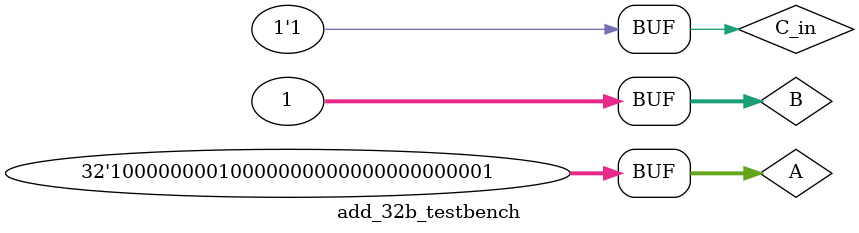
<source format=v>
`define DELAY 20
module add_32b_testbench();

reg [31:0] A;
reg [31:0] B;
reg C_in;

wire [31:0] O;
wire C_out;

add_32b add32tb (O,C_out, A, B, C_in);

initial begin

C_in = 1'b0;

A = 32'b00000000000000000000000000000011 ; B = 32'b00000000000000000000000000000000;
#`DELAY ;
A = 32'b00000000000000000000000001000100 ; B = 32'b00000000000000000000001000000001;
#`DELAY ;
A = 32'b00000000000000000000000000000001 ; B = 32'b00000000000000000000000000000000;
#`DELAY ;
A = 32'b00000000000000100000000000000001 ; B = 32'b00000000100000000000000000000001;
#`DELAY ;
A = 32'b10000000000000000000000000000000 ; B = 32'b10000000000000000000000000000000;
#`DELAY ;
A = 32'b10000010000000000000000000000000 ; B = 32'b10000000000000000000100000000001;
#`DELAY ;
A = 32'b00000000000100000000000000000001 ; B = 32'b00000000000000000000000000000000;
#`DELAY ;
A = 32'b10000000010000000000000000000001 ; B = 32'b00000000000000000000000000000001;
#`DELAY ;

C_in = 1'b1;

A = 32'b00000000000000000000000000000011 ; B = 32'b00000000000000000000000000000000;
#`DELAY ;
A = 32'b00000000000000000000000001000100 ; B = 32'b00000000000000000000001000000001;
#`DELAY ;
A = 32'b00000000000000000000000000000001 ; B = 32'b00000000000000000000000000000000;
#`DELAY ;
A = 32'b00000000000000100000000000000001 ; B = 32'b00000000100000000000000000000001;
#`DELAY ;
A = 32'b10000000000000000000000000000000 ; B = 32'b10000000000000000000000000000000;
#`DELAY ;
A = 32'b10000010000000000000000000000000 ; B = 32'b10000000000000000000100000000001;
#`DELAY ;
A = 32'b00000000000100000000000000000001 ; B = 32'b00000000000000000000000000000000;
#`DELAY ;
A = 32'b10000000010000000000000000000001 ; B = 32'b00000000000000000000000000000001;
#`DELAY ;

end

initial begin

$monitor("time = %2d, A = %10d, B = %10d, R = %10d, C_out = %1b ",$time, A, B, O, C_out);

end

endmodule 
</source>
